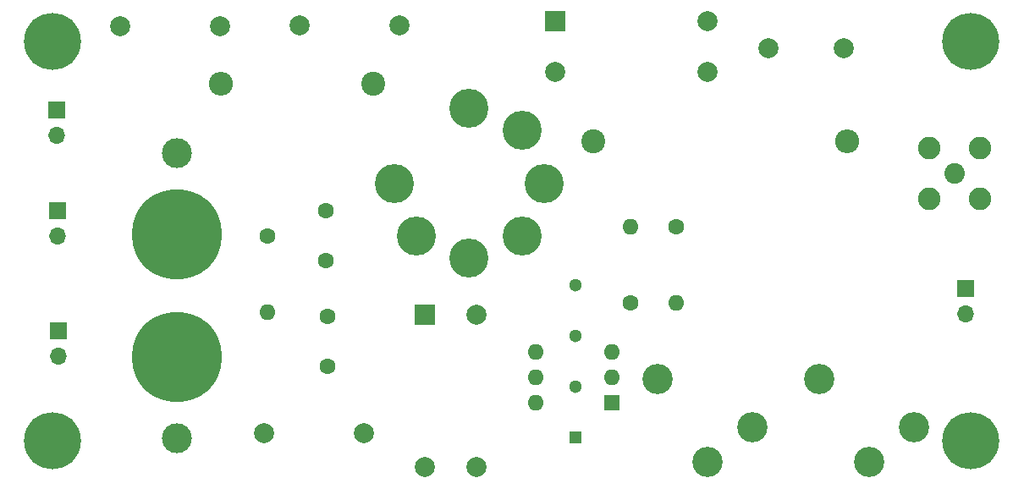
<source format=gbr>
%TF.GenerationSoftware,KiCad,Pcbnew,(6.0.7)*%
%TF.CreationDate,2022-09-09T14:56:33-07:00*%
%TF.ProjectId,12AQ5 osc amp,31324151-3520-46f7-9363-20616d702e6b,rev?*%
%TF.SameCoordinates,Original*%
%TF.FileFunction,Soldermask,Top*%
%TF.FilePolarity,Negative*%
%FSLAX46Y46*%
G04 Gerber Fmt 4.6, Leading zero omitted, Abs format (unit mm)*
G04 Created by KiCad (PCBNEW (6.0.7)) date 2022-09-09 14:56:33*
%MOMM*%
%LPD*%
G01*
G04 APERTURE LIST*
%ADD10R,1.700000X1.700000*%
%ADD11O,1.700000X1.700000*%
%ADD12R,1.300000X1.300000*%
%ADD13C,1.300000*%
%ADD14C,3.016000*%
%ADD15C,2.000000*%
%ADD16C,3.900000*%
%ADD17R,2.000000X2.000000*%
%ADD18C,1.600000*%
%ADD19C,3.600000*%
%ADD20C,5.700000*%
%ADD21C,2.400000*%
%ADD22O,2.400000X2.400000*%
%ADD23C,2.050000*%
%ADD24C,2.250000*%
%ADD25O,1.600000X1.600000*%
%ADD26R,1.600000X1.600000*%
%ADD27C,3.000000*%
%ADD28C,9.000000*%
G04 APERTURE END LIST*
D10*
%TO.C,J7*%
X119200000Y-141100000D03*
D11*
X119200000Y-143640000D03*
%TD*%
D12*
%TO.C,U1*%
X80150000Y-156010500D03*
D13*
X80150000Y-150930500D03*
X80150000Y-145850500D03*
X80150000Y-140770500D03*
%TD*%
D14*
%TO.C,J4*%
X93367900Y-158500000D03*
X97867900Y-155000000D03*
X88367900Y-150200000D03*
%TD*%
D15*
%TO.C,C6*%
X106950000Y-117050000D03*
X99450000Y-117050000D03*
%TD*%
D10*
%TO.C,J2*%
X28250000Y-123275000D03*
D11*
X28250000Y-125815000D03*
%TD*%
D16*
%TO.C,V1*%
X62007000Y-130650800D03*
X64217000Y-135883000D03*
X69500000Y-138093000D03*
X74783000Y-135883000D03*
X76967600Y-130600000D03*
X74783000Y-125317000D03*
X69503311Y-123109719D03*
%TD*%
D15*
%TO.C,L2*%
X93342500Y-119457500D03*
X78142500Y-119457500D03*
D17*
X78142500Y-114357500D03*
D15*
X93342500Y-114357500D03*
%TD*%
D18*
%TO.C,C2*%
X55300000Y-143900000D03*
X55300000Y-148900000D03*
%TD*%
D19*
%TO.C,H1*%
X27850000Y-156350000D03*
D20*
X27850000Y-156350000D03*
%TD*%
D19*
%TO.C,H4*%
X27850000Y-116350000D03*
D20*
X27850000Y-116350000D03*
%TD*%
D21*
%TO.C,\u002AR1*%
X81900000Y-126350000D03*
D22*
X107300000Y-126350000D03*
%TD*%
D21*
%TO.C,R2*%
X59920000Y-120600000D03*
D22*
X44680000Y-120600000D03*
%TD*%
D23*
%TO.C,J6*%
X118050000Y-129600000D03*
D24*
X115510000Y-127060000D03*
X115510000Y-132140000D03*
X120590000Y-132140000D03*
X120590000Y-127060000D03*
%TD*%
D18*
%TO.C,R3*%
X85600000Y-142510000D03*
D25*
X85600000Y-134890000D03*
%TD*%
D15*
%TO.C,L1*%
X70192500Y-158942500D03*
X70192500Y-143742500D03*
D17*
X65092500Y-143742500D03*
D15*
X65092500Y-158942500D03*
%TD*%
%TO.C,C3*%
X58950000Y-155600000D03*
X48950000Y-155600000D03*
%TD*%
D10*
%TO.C,J5*%
X28400000Y-145325000D03*
D11*
X28400000Y-147865000D03*
%TD*%
D19*
%TO.C,H3*%
X119700000Y-156350000D03*
D20*
X119700000Y-156350000D03*
%TD*%
D18*
%TO.C,R1*%
X49350000Y-135890000D03*
D25*
X49350000Y-143510000D03*
%TD*%
D26*
%TO.C,U2*%
X83750000Y-152550000D03*
D25*
X83750000Y-150010000D03*
X83750000Y-147470000D03*
X76130000Y-147470000D03*
X76130000Y-150010000D03*
X76130000Y-152550000D03*
%TD*%
D18*
%TO.C,C1*%
X55150000Y-133300000D03*
X55150000Y-138300000D03*
%TD*%
%TO.C,R4*%
X90250000Y-134890000D03*
D25*
X90250000Y-142510000D03*
%TD*%
D10*
%TO.C,J1*%
X28350000Y-133300000D03*
D11*
X28350000Y-135840000D03*
%TD*%
D15*
%TO.C,C5*%
X34550000Y-114850000D03*
X44550000Y-114850000D03*
%TD*%
%TO.C,C4*%
X62550000Y-114800000D03*
X52550000Y-114800000D03*
%TD*%
D19*
%TO.C,H2*%
X119700000Y-116350000D03*
D20*
X119700000Y-116350000D03*
%TD*%
D14*
%TO.C,J3*%
X109516000Y-158500000D03*
X114016000Y-155000000D03*
X104516000Y-150200000D03*
%TD*%
D27*
%TO.C,Y1*%
X40250000Y-127575000D03*
X40250000Y-156075000D03*
D28*
X40250000Y-135650000D03*
X40250000Y-148000000D03*
%TD*%
M02*

</source>
